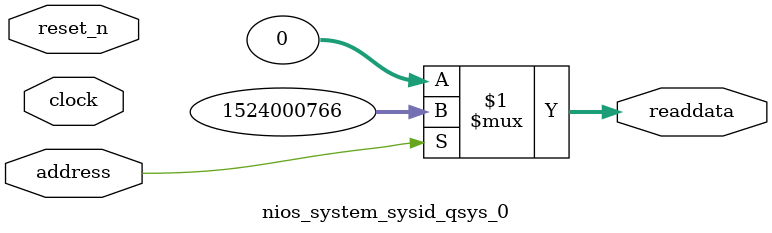
<source format=v>

`timescale 1ns / 1ps
// synthesis translate_on

// turn off superfluous verilog processor warnings 
// altera message_level Level1 
// altera message_off 10034 10035 10036 10037 10230 10240 10030 

module nios_system_sysid_qsys_0 (
               // inputs:
                address,
                clock,
                reset_n,

               // outputs:
                readdata
             )
;

  output  [ 31: 0] readdata;
  input            address;
  input            clock;
  input            reset_n;

  wire    [ 31: 0] readdata;
  //control_slave, which is an e_avalon_slave
  assign readdata = address ? 1524000766 : 0;

endmodule




</source>
